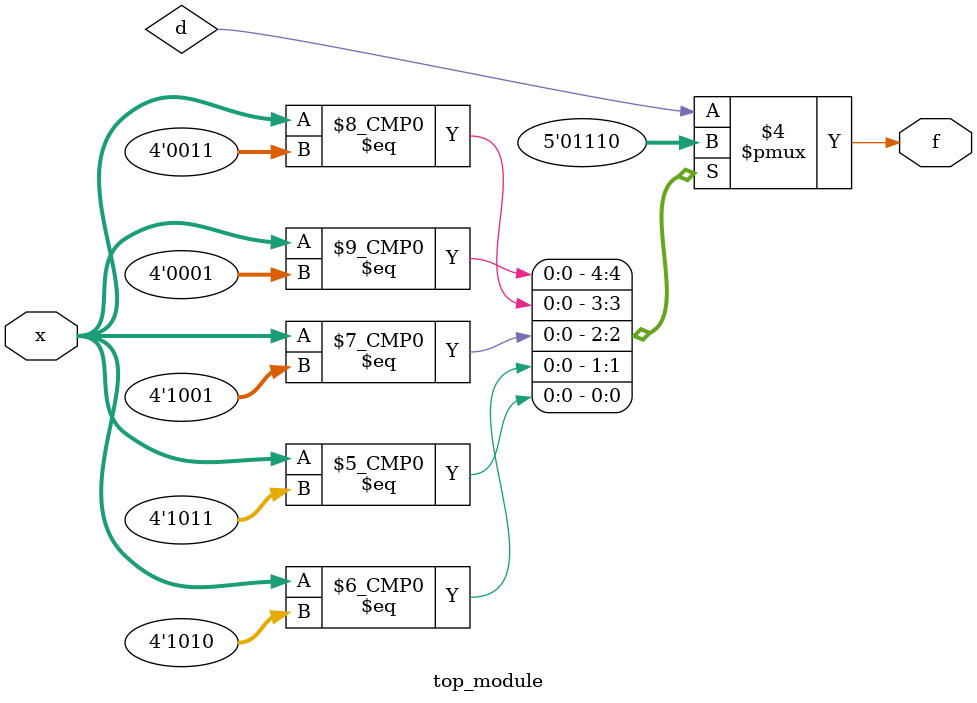
<source format=sv>
module top_module (
	input [4:1] x,
	output logic f
);

always_comb begin
	case(x)
		4'b0000: f = d; // Choose any convenient value for don't-care inputs
		4'b0001: f = 0;
		4'b0010: f = d;
		4'b0011: f = 1;
		4'b1000: f = d;
		4'b1001: f = 1;
		4'b1010: f = 1;
		4'b1011: f = 0;
		4'b1100: f = d;
		default: f = d;
	endcase
end

endmodule

</source>
